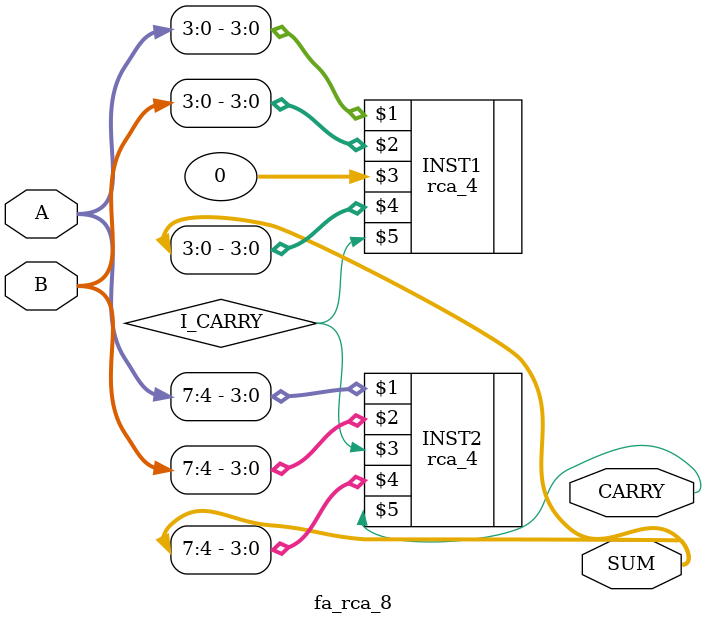
<source format=v>
`timescale 1ns / 1ps

module fa_rca_8(
    input [7:0] A, B,
    output [7:0] SUM,
    output CARRY
    );
        
    wire I_CARRY;
    rca_4 INST1 (A[3:0], B[3:0], 0,  SUM[3:0] , I_CARRY);
    rca_4 INST2 (A[7:4], B[7:4], I_CARRY, SUM[7:4], CARRY);
endmodule
</source>
